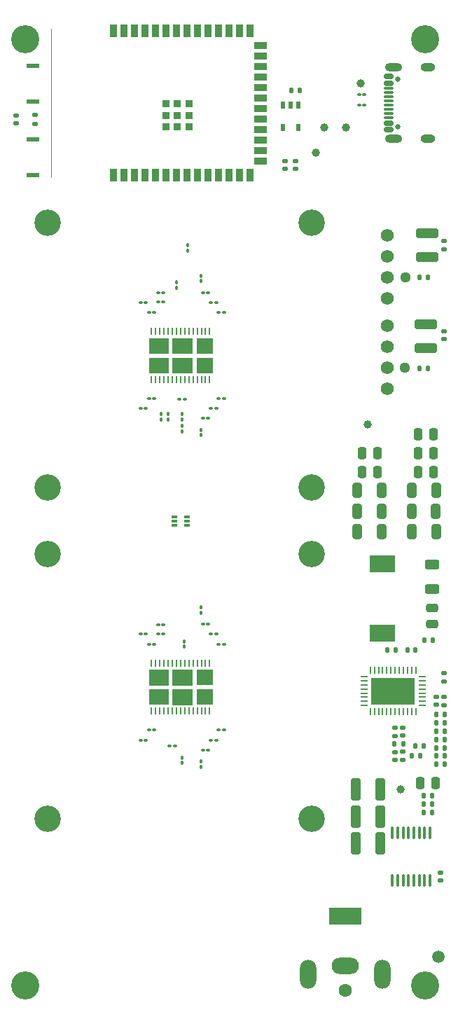
<source format=gbr>
%TF.GenerationSoftware,KiCad,Pcbnew,8.0.4*%
%TF.CreationDate,2024-11-06T18:42:28+01:00*%
%TF.ProjectId,BitForgeNano,42697446-6f72-4676-954e-616e6f2e6b69,rev?*%
%TF.SameCoordinates,Original*%
%TF.FileFunction,Soldermask,Top*%
%TF.FilePolarity,Negative*%
%FSLAX46Y46*%
G04 Gerber Fmt 4.6, Leading zero omitted, Abs format (unit mm)*
G04 Created by KiCad (PCBNEW 8.0.4) date 2024-11-06 18:42:28*
%MOMM*%
%LPD*%
G01*
G04 APERTURE LIST*
G04 Aperture macros list*
%AMRoundRect*
0 Rectangle with rounded corners*
0 $1 Rounding radius*
0 $2 $3 $4 $5 $6 $7 $8 $9 X,Y pos of 4 corners*
0 Add a 4 corners polygon primitive as box body*
4,1,4,$2,$3,$4,$5,$6,$7,$8,$9,$2,$3,0*
0 Add four circle primitives for the rounded corners*
1,1,$1+$1,$2,$3*
1,1,$1+$1,$4,$5*
1,1,$1+$1,$6,$7*
1,1,$1+$1,$8,$9*
0 Add four rect primitives between the rounded corners*
20,1,$1+$1,$2,$3,$4,$5,0*
20,1,$1+$1,$4,$5,$6,$7,0*
20,1,$1+$1,$6,$7,$8,$9,0*
20,1,$1+$1,$8,$9,$2,$3,0*%
G04 Aperture macros list end*
%ADD10C,0.100000*%
%ADD11RoundRect,0.100000X-0.130000X-0.100000X0.130000X-0.100000X0.130000X0.100000X-0.130000X0.100000X0*%
%ADD12C,3.400000*%
%ADD13RoundRect,0.100000X0.130000X0.100000X-0.130000X0.100000X-0.130000X-0.100000X0.130000X-0.100000X0*%
%ADD14C,1.000000*%
%ADD15C,1.295400*%
%ADD16C,1.574800*%
%ADD17RoundRect,0.100000X-0.100000X0.130000X-0.100000X-0.130000X0.100000X-0.130000X0.100000X0.130000X0*%
%ADD18C,3.200000*%
%ADD19R,0.900000X1.500000*%
%ADD20R,1.500000X0.900000*%
%ADD21R,0.900000X0.900000*%
%ADD22RoundRect,0.085000X-0.265000X-0.085000X0.265000X-0.085000X0.265000X0.085000X-0.265000X0.085000X0*%
%ADD23R,3.050000X2.000000*%
%ADD24RoundRect,0.135000X-0.135000X-0.185000X0.135000X-0.185000X0.135000X0.185000X-0.135000X0.185000X0*%
%ADD25C,0.650000*%
%ADD26RoundRect,0.150000X0.425000X-0.150000X0.425000X0.150000X-0.425000X0.150000X-0.425000X-0.150000X0*%
%ADD27RoundRect,0.075000X0.500000X-0.075000X0.500000X0.075000X-0.500000X0.075000X-0.500000X-0.075000X0*%
%ADD28O,2.100000X1.000000*%
%ADD29O,1.800000X1.000000*%
%ADD30C,1.600000*%
%ADD31R,4.000000X2.000000*%
%ADD32O,2.000000X3.500000*%
%ADD33O,3.300000X2.000000*%
%ADD34RoundRect,0.055250X-0.055250X0.340750X-0.055250X-0.340750X0.055250X-0.340750X0.055250X0.340750X0*%
%ADD35RoundRect,0.062500X-0.062500X0.337500X-0.062500X-0.337500X0.062500X-0.337500X0.062500X0.337500X0*%
%ADD36RoundRect,0.062500X-0.337500X0.062500X-0.337500X-0.062500X0.337500X-0.062500X0.337500X0.062500X0*%
%ADD37C,0.400000*%
%ADD38R,5.300000X3.300000*%
%ADD39R,0.558800X0.952500*%
%ADD40RoundRect,0.100000X-0.100000X0.637500X-0.100000X-0.637500X0.100000X-0.637500X0.100000X0.637500X0*%
%ADD41C,1.500000*%
%ADD42R,1.524000X0.508000*%
%ADD43RoundRect,0.135000X0.185000X-0.135000X0.185000X0.135000X-0.185000X0.135000X-0.185000X-0.135000X0*%
%ADD44RoundRect,0.135000X-0.185000X0.135000X-0.185000X-0.135000X0.185000X-0.135000X0.185000X0.135000X0*%
%ADD45RoundRect,0.135000X0.135000X0.185000X-0.135000X0.185000X-0.135000X-0.185000X0.135000X-0.185000X0*%
%ADD46RoundRect,0.250000X-0.625000X0.312500X-0.625000X-0.312500X0.625000X-0.312500X0.625000X0.312500X0*%
%ADD47RoundRect,0.250000X-0.325000X-0.650000X0.325000X-0.650000X0.325000X0.650000X-0.325000X0.650000X0*%
%ADD48RoundRect,0.250000X-0.250000X-0.475000X0.250000X-0.475000X0.250000X0.475000X-0.250000X0.475000X0*%
%ADD49RoundRect,0.250000X0.325000X1.100000X-0.325000X1.100000X-0.325000X-1.100000X0.325000X-1.100000X0*%
%ADD50RoundRect,0.250000X0.325000X0.650000X-0.325000X0.650000X-0.325000X-0.650000X0.325000X-0.650000X0*%
%ADD51RoundRect,0.140000X-0.170000X0.140000X-0.170000X-0.140000X0.170000X-0.140000X0.170000X0.140000X0*%
%ADD52RoundRect,0.140000X0.140000X0.170000X-0.140000X0.170000X-0.140000X-0.170000X0.140000X-0.170000X0*%
%ADD53RoundRect,0.140000X0.170000X-0.140000X0.170000X0.140000X-0.170000X0.140000X-0.170000X-0.140000X0*%
%ADD54RoundRect,0.250000X0.250000X0.475000X-0.250000X0.475000X-0.250000X-0.475000X0.250000X-0.475000X0*%
%ADD55RoundRect,0.250000X1.100000X-0.325000X1.100000X0.325000X-1.100000X0.325000X-1.100000X-0.325000X0*%
%ADD56RoundRect,0.250000X0.475000X-0.250000X0.475000X0.250000X-0.475000X0.250000X-0.475000X-0.250000X0*%
%ADD57RoundRect,0.140000X-0.140000X-0.170000X0.140000X-0.170000X0.140000X0.170000X-0.140000X0.170000X0*%
G04 APERTURE END LIST*
D10*
%TO.C,U8*%
X73636483Y-71241762D02*
X73636483Y-53241762D01*
%TO.C,U13*%
X85420000Y-92470000D02*
X87780000Y-92470000D01*
X87780000Y-90670000D01*
X85420000Y-90670000D01*
X85420000Y-92470000D01*
G36*
X85420000Y-92470000D02*
G01*
X87780000Y-92470000D01*
X87780000Y-90670000D01*
X85420000Y-90670000D01*
X85420000Y-92470000D01*
G37*
X85420000Y-94820000D02*
X87780000Y-94820000D01*
X87780000Y-93020000D01*
X85420000Y-93020000D01*
X85420000Y-94820000D01*
G36*
X85420000Y-94820000D02*
G01*
X87780000Y-94820000D01*
X87780000Y-93020000D01*
X85420000Y-93020000D01*
X85420000Y-94820000D01*
G37*
X88230000Y-94840000D02*
X90590000Y-94840000D01*
X90590000Y-93040000D01*
X88230000Y-93040000D01*
X88230000Y-94840000D01*
G36*
X88230000Y-94840000D02*
G01*
X90590000Y-94840000D01*
X90590000Y-93040000D01*
X88230000Y-93040000D01*
X88230000Y-94840000D01*
G37*
X88240000Y-92470000D02*
X90600000Y-92470000D01*
X90600000Y-90670000D01*
X88240000Y-90670000D01*
X88240000Y-92470000D01*
G36*
X88240000Y-92470000D02*
G01*
X90600000Y-92470000D01*
X90600000Y-90670000D01*
X88240000Y-90670000D01*
X88240000Y-92470000D01*
G37*
X91170000Y-92450000D02*
X93050000Y-92450000D01*
X93050000Y-90670000D01*
X91170000Y-90670000D01*
X91170000Y-92450000D01*
G36*
X91170000Y-92450000D02*
G01*
X93050000Y-92450000D01*
X93050000Y-90670000D01*
X91170000Y-90670000D01*
X91170000Y-92450000D01*
G37*
X91180000Y-94820000D02*
X93050000Y-94820000D01*
X93050000Y-93040000D01*
X91180000Y-93040000D01*
X91180000Y-94820000D01*
G36*
X91180000Y-94820000D02*
G01*
X93050000Y-94820000D01*
X93050000Y-93040000D01*
X91180000Y-93040000D01*
X91180000Y-94820000D01*
G37*
%TO.C,U3*%
X85420000Y-132570000D02*
X87780000Y-132570000D01*
X87780000Y-130770000D01*
X85420000Y-130770000D01*
X85420000Y-132570000D01*
G36*
X85420000Y-132570000D02*
G01*
X87780000Y-132570000D01*
X87780000Y-130770000D01*
X85420000Y-130770000D01*
X85420000Y-132570000D01*
G37*
X85420000Y-134920000D02*
X87780000Y-134920000D01*
X87780000Y-133120000D01*
X85420000Y-133120000D01*
X85420000Y-134920000D01*
G36*
X85420000Y-134920000D02*
G01*
X87780000Y-134920000D01*
X87780000Y-133120000D01*
X85420000Y-133120000D01*
X85420000Y-134920000D01*
G37*
X88230000Y-134940000D02*
X90590000Y-134940000D01*
X90590000Y-133140000D01*
X88230000Y-133140000D01*
X88230000Y-134940000D01*
G36*
X88230000Y-134940000D02*
G01*
X90590000Y-134940000D01*
X90590000Y-133140000D01*
X88230000Y-133140000D01*
X88230000Y-134940000D01*
G37*
X88240000Y-132570000D02*
X90600000Y-132570000D01*
X90600000Y-130770000D01*
X88240000Y-130770000D01*
X88240000Y-132570000D01*
G36*
X88240000Y-132570000D02*
G01*
X90600000Y-132570000D01*
X90600000Y-130770000D01*
X88240000Y-130770000D01*
X88240000Y-132570000D01*
G37*
X91170000Y-132550000D02*
X93050000Y-132550000D01*
X93050000Y-130770000D01*
X91170000Y-130770000D01*
X91170000Y-132550000D01*
G36*
X91170000Y-132550000D02*
G01*
X93050000Y-132550000D01*
X93050000Y-130770000D01*
X91170000Y-130770000D01*
X91170000Y-132550000D01*
G37*
X91180000Y-134920000D02*
X93050000Y-134920000D01*
X93050000Y-133140000D01*
X91180000Y-133140000D01*
X91180000Y-134920000D01*
G36*
X91180000Y-134920000D02*
G01*
X93050000Y-134920000D01*
X93050000Y-133140000D01*
X91180000Y-133140000D01*
X91180000Y-134920000D01*
G37*
%TD*%
D11*
%TO.C,R33*%
X86530000Y-86312500D03*
X87170000Y-86312500D03*
%TD*%
D12*
%TO.C,*%
X118836483Y-168926773D03*
%TD*%
D13*
%TO.C,C36*%
X94470000Y-138050000D03*
X93830000Y-138050000D03*
%TD*%
D11*
%TO.C,C70*%
X84410000Y-86362500D03*
X85050000Y-86362500D03*
%TD*%
D14*
%TO.C,TP4*%
X105636483Y-68226762D03*
%TD*%
D12*
%TO.C,*%
X70436483Y-54526773D03*
%TD*%
D11*
%TO.C,C19*%
X85410000Y-127650000D03*
X86050000Y-127650000D03*
%TD*%
D13*
%TO.C,R15*%
X89770000Y-98062500D03*
X89130000Y-98062500D03*
%TD*%
%TO.C,C65*%
X94470000Y-97962500D03*
X93830000Y-97962500D03*
%TD*%
D15*
%TO.C,J8*%
X116396484Y-94266762D03*
D16*
X114236483Y-89186762D03*
X114236483Y-91726762D03*
X114236483Y-94266762D03*
X114236483Y-96806762D03*
%TD*%
D11*
%TO.C,C55*%
X91930000Y-85162500D03*
X92570000Y-85162500D03*
%TD*%
D17*
%TO.C,C16*%
X91750000Y-123230000D03*
X91750000Y-123870000D03*
%TD*%
D15*
%TO.C,J6*%
X116435335Y-83286162D03*
D16*
X114275334Y-78206162D03*
X114275334Y-80746162D03*
X114275334Y-83286162D03*
X114275334Y-85826162D03*
%TD*%
D11*
%TO.C,C28*%
X93830000Y-127650000D03*
X94470000Y-127650000D03*
%TD*%
D18*
%TO.C,H5*%
X105136483Y-108726762D03*
%TD*%
D17*
%TO.C,R19*%
X86850000Y-99842500D03*
X86850000Y-100482500D03*
%TD*%
D18*
%TO.C,H2*%
X73136483Y-148726762D03*
%TD*%
D14*
%TO.C,TP1*%
X115886483Y-145226762D03*
%TD*%
D13*
%TO.C,C67*%
X92570000Y-100362500D03*
X91930000Y-100362500D03*
%TD*%
D11*
%TO.C,C69*%
X85410000Y-87562500D03*
X86050000Y-87562500D03*
%TD*%
%TO.C,C37*%
X84430000Y-139250000D03*
X85070000Y-139250000D03*
%TD*%
%TO.C,C72*%
X85430000Y-97962500D03*
X86070000Y-97962500D03*
%TD*%
D19*
%TO.C,U8*%
X81126483Y-70991762D03*
X82396483Y-70991762D03*
X83666483Y-70991762D03*
X84936483Y-70991762D03*
X86206483Y-70991762D03*
X87476483Y-70991762D03*
X88746483Y-70991762D03*
X90016483Y-70991762D03*
X91286483Y-70991762D03*
X92556483Y-70991762D03*
X93826483Y-70991762D03*
X95096483Y-70991762D03*
X96366483Y-70991762D03*
X97636483Y-70991762D03*
D20*
X98886483Y-69226762D03*
X98886483Y-67956762D03*
X98886483Y-66686762D03*
X98886483Y-65416762D03*
X98886483Y-64146762D03*
X98886483Y-62876762D03*
X98886483Y-61606762D03*
X98886483Y-60336762D03*
X98886483Y-59066762D03*
X98886483Y-57796762D03*
X98886483Y-56526762D03*
X98886483Y-55256762D03*
D19*
X97636483Y-53491762D03*
X96366483Y-53491762D03*
X95096483Y-53491762D03*
X93826483Y-53491762D03*
X92556483Y-53491762D03*
X91286483Y-53491762D03*
X90016483Y-53491762D03*
X88746483Y-53491762D03*
X87476483Y-53491762D03*
X86206483Y-53491762D03*
X84936483Y-53491762D03*
X83666483Y-53491762D03*
X82396483Y-53491762D03*
X81126483Y-53491762D03*
D21*
X87446483Y-65141762D03*
X88846483Y-65141762D03*
X90246483Y-65141762D03*
X87446483Y-63741762D03*
X88846483Y-63741762D03*
X90246483Y-63741762D03*
X87446483Y-62341762D03*
X88846483Y-62341762D03*
X90246483Y-62341762D03*
%TD*%
D18*
%TO.C,H6*%
X73136483Y-108726762D03*
%TD*%
D17*
%TO.C,R43*%
X90150000Y-79430000D03*
X90150000Y-80070000D03*
%TD*%
D22*
%TO.C,U7*%
X88500000Y-112250000D03*
X88500000Y-112750000D03*
X88500000Y-113250000D03*
X90000000Y-113250000D03*
X90000000Y-112750000D03*
X90000000Y-112250000D03*
%TD*%
D23*
%TO.C,L1*%
X113636483Y-126326762D03*
X113636483Y-117976762D03*
%TD*%
D18*
%TO.C,H7*%
X105136483Y-76726762D03*
%TD*%
D11*
%TO.C,C63*%
X93830000Y-87562500D03*
X94470000Y-87562500D03*
%TD*%
D17*
%TO.C,R34*%
X89650000Y-127330000D03*
X89650000Y-127970000D03*
%TD*%
D12*
%TO.C,*%
X70436483Y-168926773D03*
%TD*%
D18*
%TO.C,H1*%
X105136483Y-148726762D03*
%TD*%
D11*
%TO.C,C62*%
X92930000Y-86362500D03*
X93570000Y-86362500D03*
%TD*%
D18*
%TO.C,H8*%
X73136483Y-76726762D03*
%TD*%
D24*
%TO.C,R18*%
X118126483Y-83326762D03*
X119146483Y-83326762D03*
%TD*%
D13*
%TO.C,C51*%
X92570000Y-140450000D03*
X91930000Y-140450000D03*
%TD*%
D14*
%TO.C,TP15*%
X111036483Y-59826762D03*
%TD*%
D18*
%TO.C,H3*%
X105136483Y-116726762D03*
%TD*%
%TO.C,H4*%
X73136483Y-116726762D03*
%TD*%
D17*
%TO.C,C68*%
X91750000Y-101742500D03*
X91750000Y-102382500D03*
%TD*%
D13*
%TO.C,C66*%
X93570000Y-99162500D03*
X92930000Y-99162500D03*
%TD*%
D14*
%TO.C,TP13*%
X109236483Y-65226762D03*
%TD*%
D12*
%TO.C,*%
X118836483Y-54526753D03*
%TD*%
D17*
%TO.C,R40*%
X89400000Y-141380000D03*
X89400000Y-142020000D03*
%TD*%
D13*
%TO.C,C38*%
X93570000Y-139250000D03*
X92930000Y-139250000D03*
%TD*%
D11*
%TO.C,R38*%
X110816483Y-61226762D03*
X111456483Y-61226762D03*
%TD*%
D14*
%TO.C,TP14*%
X106636483Y-65226762D03*
%TD*%
D17*
%TO.C,C52*%
X91750000Y-141830000D03*
X91750000Y-142470000D03*
%TD*%
%TO.C,R23*%
X88750000Y-83942500D03*
X88750000Y-84582500D03*
%TD*%
D25*
%TO.C,J5*%
X115466483Y-65141762D03*
X115466483Y-59361762D03*
D26*
X114391483Y-65451762D03*
X114391483Y-64651762D03*
D27*
X114391483Y-63501762D03*
X114391483Y-62501762D03*
X114391483Y-62001762D03*
X114391483Y-61001762D03*
D26*
X114391483Y-59851762D03*
X114391483Y-59051762D03*
X114391483Y-59051762D03*
X114391483Y-59851762D03*
D27*
X114391483Y-60501762D03*
X114391483Y-61501762D03*
X114391483Y-63001762D03*
X114391483Y-64001762D03*
D26*
X114391483Y-64651762D03*
X114391483Y-65451762D03*
D28*
X114966483Y-66571762D03*
D29*
X119146483Y-66571762D03*
D28*
X114966483Y-57931762D03*
D29*
X119146483Y-57931762D03*
%TD*%
D11*
%TO.C,R13*%
X86530000Y-126400000D03*
X87170000Y-126400000D03*
%TD*%
D14*
%TO.C,TP3*%
X111836483Y-101126762D03*
%TD*%
D11*
%TO.C,C71*%
X84430000Y-99162500D03*
X85070000Y-99162500D03*
%TD*%
D13*
%TO.C,R17*%
X88570000Y-139950000D03*
X87930000Y-139950000D03*
%TD*%
D17*
%TO.C,R11*%
X89400000Y-99830000D03*
X89400000Y-100470000D03*
%TD*%
D24*
%TO.C,R20*%
X118116483Y-94326762D03*
X119136483Y-94326762D03*
%TD*%
D17*
%TO.C,R35*%
X87750000Y-99842500D03*
X87750000Y-100482500D03*
%TD*%
D11*
%TO.C,C26*%
X92930000Y-126450000D03*
X93570000Y-126450000D03*
%TD*%
%TO.C,C27*%
X84410000Y-126450000D03*
X85050000Y-126450000D03*
%TD*%
D17*
%TO.C,R16*%
X89400000Y-101292500D03*
X89400000Y-101932500D03*
%TD*%
D11*
%TO.C,C44*%
X85430000Y-138050000D03*
X86070000Y-138050000D03*
%TD*%
%TO.C,R37*%
X110816483Y-62476762D03*
X111456483Y-62476762D03*
%TD*%
%TO.C,C18*%
X91930000Y-125250000D03*
X92570000Y-125250000D03*
%TD*%
D30*
%TO.C,J1*%
X109136483Y-169526762D03*
D31*
X109136483Y-160526762D03*
D32*
X104636483Y-167526762D03*
D33*
X109136483Y-166526762D03*
D32*
X113636483Y-167526762D03*
%TD*%
D17*
%TO.C,C54*%
X91750000Y-83142500D03*
X91750000Y-83782500D03*
%TD*%
D34*
%TO.C,U13*%
X92764000Y-89834000D03*
X92262000Y-89834000D03*
X91760000Y-89834000D03*
X91258000Y-89834000D03*
X90756000Y-89834000D03*
X90254000Y-89834000D03*
X89752000Y-89834000D03*
X89250000Y-89834000D03*
X88748000Y-89834000D03*
X88246000Y-89834000D03*
X87744000Y-89834000D03*
X87242000Y-89834000D03*
X86740000Y-89834000D03*
X86238000Y-89834000D03*
X85736000Y-89834000D03*
X85736000Y-95666000D03*
X86238000Y-95666000D03*
X86740000Y-95666000D03*
X87242000Y-95666000D03*
X87744000Y-95666000D03*
X88246000Y-95666000D03*
X88748000Y-95666000D03*
X89250000Y-95666000D03*
X89752000Y-95666000D03*
X90254000Y-95666000D03*
X90756000Y-95666000D03*
X91258000Y-95666000D03*
X91760000Y-95666000D03*
X92262000Y-95666000D03*
X92764000Y-95666000D03*
%TD*%
D35*
%TO.C,U12*%
X117686483Y-130826762D03*
X117186483Y-130826762D03*
X116686483Y-130826762D03*
X116186483Y-130826762D03*
X115686483Y-130826762D03*
X115186483Y-130826762D03*
X114686483Y-130826762D03*
X114186483Y-130826762D03*
X113686483Y-130826762D03*
X113186483Y-130826762D03*
X112686483Y-130826762D03*
X112186483Y-130826762D03*
D36*
X111436483Y-131576762D03*
X111436483Y-132076762D03*
X111436483Y-132576762D03*
X111436483Y-133076762D03*
X111436483Y-133576762D03*
X111436483Y-134076762D03*
X111436483Y-134576762D03*
X111436483Y-135076762D03*
D35*
X112186483Y-135826762D03*
X112686483Y-135826762D03*
X113186483Y-135826762D03*
X113686483Y-135826762D03*
X114186483Y-135826762D03*
X114686483Y-135826762D03*
X115186483Y-135826762D03*
X115686483Y-135826762D03*
X116186483Y-135826762D03*
X116686483Y-135826762D03*
X117186483Y-135826762D03*
X117686483Y-135826762D03*
D36*
X118436483Y-135076762D03*
X118436483Y-134576762D03*
X118436483Y-134076762D03*
X118436483Y-133576762D03*
X118436483Y-133076762D03*
X118436483Y-132576762D03*
X118436483Y-132076762D03*
X118436483Y-131576762D03*
D37*
X116336483Y-132046762D03*
X114936483Y-132046762D03*
X113536483Y-132046762D03*
X117336483Y-133326762D03*
X116336483Y-133326762D03*
X114936483Y-133326762D03*
D38*
X114936483Y-133326762D03*
D37*
X113536483Y-133326762D03*
X112536483Y-133326762D03*
X116336483Y-134606762D03*
X114936483Y-134606762D03*
X113536483Y-134606762D03*
%TD*%
D39*
%TO.C,U10*%
X103516083Y-62470862D03*
X102576283Y-62470862D03*
X101636483Y-62470862D03*
X101636483Y-65226762D03*
X103516083Y-65226762D03*
%TD*%
D40*
%TO.C,U4*%
X114861483Y-156209262D03*
X115511483Y-156209262D03*
X116161483Y-156209262D03*
X116811483Y-156209262D03*
X117461483Y-156209262D03*
X118111483Y-156209262D03*
X118761483Y-156209262D03*
X119411483Y-156209262D03*
X119411483Y-150484262D03*
X118761483Y-150484262D03*
X118111483Y-150484262D03*
X117461483Y-150484262D03*
X116811483Y-150484262D03*
X116161483Y-150484262D03*
X115511483Y-150484262D03*
X114861483Y-150484262D03*
%TD*%
D34*
%TO.C,U3*%
X92764000Y-129934000D03*
X92262000Y-129934000D03*
X91760000Y-129934000D03*
X91258000Y-129934000D03*
X90756000Y-129934000D03*
X90254000Y-129934000D03*
X89752000Y-129934000D03*
X89250000Y-129934000D03*
X88748000Y-129934000D03*
X88246000Y-129934000D03*
X87744000Y-129934000D03*
X87242000Y-129934000D03*
X86740000Y-129934000D03*
X86238000Y-129934000D03*
X85736000Y-129934000D03*
X85736000Y-135766000D03*
X86238000Y-135766000D03*
X86740000Y-135766000D03*
X87242000Y-135766000D03*
X87744000Y-135766000D03*
X88246000Y-135766000D03*
X88748000Y-135766000D03*
X89250000Y-135766000D03*
X89752000Y-135766000D03*
X90254000Y-135766000D03*
X90756000Y-135766000D03*
X91258000Y-135766000D03*
X91760000Y-135766000D03*
X92262000Y-135766000D03*
X92764000Y-135766000D03*
%TD*%
D41*
%TO.C,TP28*%
X120386483Y-165476762D03*
%TD*%
D42*
%TO.C,SW2*%
X71386483Y-70976762D03*
X71386483Y-66658762D03*
%TD*%
%TO.C,SW1*%
X71386483Y-62047262D03*
X71386483Y-57729262D03*
%TD*%
D43*
%TO.C,R41*%
X121136483Y-132136762D03*
X121136483Y-131116762D03*
%TD*%
D44*
%TO.C,R39*%
X121136483Y-134016762D03*
X121136483Y-135036762D03*
%TD*%
D45*
%TO.C,R36*%
X119746483Y-127176762D03*
X118726483Y-127176762D03*
%TD*%
D46*
%TO.C,R32*%
X119636483Y-118044262D03*
X119636483Y-120969262D03*
%TD*%
D43*
%TO.C,R30*%
X115136483Y-138746762D03*
X115136483Y-137726762D03*
%TD*%
D11*
%TO.C,R24*%
X86530000Y-85212500D03*
X87170000Y-85212500D03*
%TD*%
D44*
%TO.C,R21*%
X71636483Y-63716762D03*
X71636483Y-64736762D03*
%TD*%
D11*
%TO.C,R12*%
X86530000Y-125300000D03*
X87170000Y-125300000D03*
%TD*%
D24*
%TO.C,R10*%
X120166483Y-141176762D03*
X121186483Y-141176762D03*
%TD*%
%TO.C,R9*%
X115126483Y-139686762D03*
X116146483Y-139686762D03*
%TD*%
D44*
%TO.C,R8*%
X116136483Y-140656762D03*
X116136483Y-141676762D03*
%TD*%
D24*
%TO.C,R7*%
X120166483Y-142176762D03*
X121186483Y-142176762D03*
%TD*%
%TO.C,R6*%
X120166483Y-140176762D03*
X121186483Y-140176762D03*
%TD*%
%TO.C,R5*%
X117176483Y-141176762D03*
X118196483Y-141176762D03*
%TD*%
D45*
%TO.C,R4*%
X121186483Y-138176762D03*
X120166483Y-138176762D03*
%TD*%
%TO.C,R3*%
X121186483Y-137176762D03*
X120166483Y-137176762D03*
%TD*%
%TO.C,R2*%
X121186483Y-139176762D03*
X120166483Y-139176762D03*
%TD*%
%TO.C,R1*%
X121186483Y-136176762D03*
X120166483Y-136176762D03*
%TD*%
D47*
%TO.C,C80*%
X117186483Y-114076762D03*
X120136483Y-114076762D03*
%TD*%
%TO.C,C79*%
X117161483Y-111576762D03*
X120111483Y-111576762D03*
%TD*%
D48*
%TO.C,C78*%
X113086483Y-106826762D03*
X111186483Y-106826762D03*
%TD*%
%TO.C,C77*%
X113086483Y-104576762D03*
X111186483Y-104576762D03*
%TD*%
D49*
%TO.C,C76*%
X113361483Y-148476762D03*
X110411483Y-148476762D03*
%TD*%
D47*
%TO.C,C75*%
X117186483Y-109076762D03*
X120136483Y-109076762D03*
%TD*%
D50*
%TO.C,C74*%
X113586483Y-109076762D03*
X110636483Y-109076762D03*
%TD*%
%TO.C,C73*%
X113586483Y-111576762D03*
X110636483Y-111576762D03*
%TD*%
D51*
%TO.C,C57*%
X101886483Y-69226762D03*
X101886483Y-70186762D03*
%TD*%
D52*
%TO.C,C56*%
X103616483Y-60726762D03*
X102656483Y-60726762D03*
%TD*%
D50*
%TO.C,C53*%
X113586483Y-114076762D03*
X110636483Y-114076762D03*
%TD*%
D53*
%TO.C,C49*%
X69386483Y-64727262D03*
X69386483Y-63767262D03*
%TD*%
D51*
%TO.C,C48*%
X103136483Y-69226762D03*
X103136483Y-70186762D03*
%TD*%
D53*
%TO.C,C43*%
X121136483Y-79906762D03*
X121136483Y-78946762D03*
%TD*%
D54*
%TO.C,C30*%
X117936483Y-106826762D03*
X119836483Y-106826762D03*
%TD*%
%TO.C,C25*%
X117936483Y-104576762D03*
X119836483Y-104576762D03*
%TD*%
D55*
%TO.C,C24*%
X119036483Y-80901762D03*
X119036483Y-77951762D03*
%TD*%
D53*
%TO.C,C23*%
X121136483Y-90806762D03*
X121136483Y-89846762D03*
%TD*%
D55*
%TO.C,C22*%
X118936483Y-91901762D03*
X118936483Y-88951762D03*
%TD*%
D54*
%TO.C,C20*%
X117936483Y-102326762D03*
X119836483Y-102326762D03*
%TD*%
D51*
%TO.C,C14*%
X120636483Y-155266762D03*
X120636483Y-156226762D03*
%TD*%
D53*
%TO.C,C13*%
X120136483Y-135006762D03*
X120136483Y-134046762D03*
%TD*%
D56*
%TO.C,C12*%
X119636483Y-123306762D03*
X119636483Y-125206762D03*
%TD*%
D52*
%TO.C,C11*%
X115216483Y-128326762D03*
X114256483Y-128326762D03*
%TD*%
D57*
%TO.C,C10*%
X117656483Y-139926762D03*
X118616483Y-139926762D03*
%TD*%
%TO.C,C9*%
X118656483Y-147976762D03*
X119616483Y-147976762D03*
%TD*%
D51*
%TO.C,C8*%
X115136483Y-140686762D03*
X115136483Y-141646762D03*
%TD*%
D57*
%TO.C,C7*%
X118656483Y-145976762D03*
X119616483Y-145976762D03*
%TD*%
%TO.C,C6*%
X118656483Y-146976762D03*
X119616483Y-146976762D03*
%TD*%
D53*
%TO.C,C5*%
X116136483Y-138706762D03*
X116136483Y-137746762D03*
%TD*%
D49*
%TO.C,C4*%
X113361483Y-145226762D03*
X110411483Y-145226762D03*
%TD*%
%TO.C,C3*%
X113361483Y-151726762D03*
X110411483Y-151726762D03*
%TD*%
D54*
%TO.C,C2*%
X118186483Y-144476762D03*
X120086483Y-144476762D03*
%TD*%
D57*
%TO.C,C1*%
X116656483Y-128326762D03*
X117616483Y-128326762D03*
%TD*%
M02*

</source>
